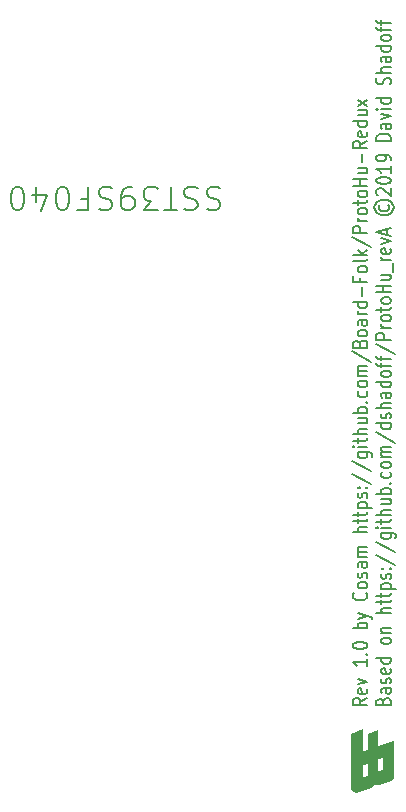
<source format=gbr>
%TF.GenerationSoftware,KiCad,Pcbnew,7.0.8*%
%TF.CreationDate,2023-11-19T22:14:00+01:00*%
%TF.ProjectId,ProtoHu_revA_layer2,50726f74-6f48-4755-9f72-6576415f6c61,rev?*%
%TF.SameCoordinates,Original*%
%TF.FileFunction,Legend,Top*%
%TF.FilePolarity,Positive*%
%FSLAX46Y46*%
G04 Gerber Fmt 4.6, Leading zero omitted, Abs format (unit mm)*
G04 Created by KiCad (PCBNEW 7.0.8) date 2023-11-19 22:14:00*
%MOMM*%
%LPD*%
G01*
G04 APERTURE LIST*
%ADD10C,0.000000*%
%ADD11C,0.200000*%
%ADD12C,0.150000*%
G04 APERTURE END LIST*
D10*
G36*
X169441863Y-140572083D02*
G01*
X169841864Y-140438757D01*
X169841864Y-139138759D01*
X170278335Y-138943336D01*
X170512329Y-138839364D01*
X170741861Y-138738758D01*
X170741861Y-140136270D01*
X172091856Y-139688751D01*
X172094362Y-142685416D01*
X172093962Y-142702114D01*
X172092775Y-142718723D01*
X172090823Y-142735224D01*
X172088125Y-142751599D01*
X172084703Y-142767831D01*
X172080578Y-142783901D01*
X172075770Y-142799791D01*
X172070300Y-142815483D01*
X172064188Y-142830958D01*
X172057456Y-142846198D01*
X172050125Y-142861187D01*
X172042214Y-142875904D01*
X172033745Y-142890332D01*
X172024739Y-142904453D01*
X172015216Y-142918249D01*
X172005197Y-142931701D01*
X171983754Y-142957503D01*
X171960577Y-142981713D01*
X171935831Y-143004186D01*
X171909682Y-143024778D01*
X171882296Y-143043342D01*
X171868192Y-143051818D01*
X171853840Y-143059733D01*
X171839263Y-143067069D01*
X171824480Y-143073807D01*
X171809512Y-143079929D01*
X171794381Y-143085418D01*
X170831261Y-143425578D01*
X170813180Y-143431686D01*
X170795190Y-143437201D01*
X170777309Y-143442110D01*
X170759554Y-143446399D01*
X170750000Y-143448381D01*
X170741940Y-143450053D01*
X170724487Y-143453059D01*
X170707209Y-143455404D01*
X170690124Y-143457073D01*
X170673249Y-143458052D01*
X170656600Y-143458329D01*
X170640195Y-143457888D01*
X170624051Y-143456717D01*
X170608183Y-143454801D01*
X170592610Y-143452127D01*
X170577347Y-143448681D01*
X170562412Y-143444449D01*
X170547822Y-143439418D01*
X170533593Y-143433573D01*
X170519743Y-143426901D01*
X170506287Y-143419388D01*
X170493244Y-143411019D01*
X170480630Y-143401783D01*
X170468461Y-143391664D01*
X170456755Y-143380649D01*
X170445528Y-143368724D01*
X170434797Y-143355875D01*
X170424580Y-143342088D01*
X170414892Y-143327351D01*
X170405752Y-143311648D01*
X170397175Y-143294966D01*
X170389178Y-143277292D01*
X170381779Y-143258611D01*
X170380600Y-143281048D01*
X170378898Y-143302769D01*
X170376682Y-143323783D01*
X170373960Y-143344100D01*
X170370740Y-143363731D01*
X170367030Y-143382686D01*
X170362837Y-143400974D01*
X170358169Y-143418606D01*
X170353035Y-143435592D01*
X170347443Y-143451942D01*
X170341399Y-143467665D01*
X170334913Y-143482773D01*
X170327992Y-143497274D01*
X170320643Y-143511180D01*
X170312876Y-143524500D01*
X170304697Y-143537243D01*
X170296116Y-143549421D01*
X170287138Y-143561044D01*
X170277774Y-143572121D01*
X170268030Y-143582662D01*
X170257914Y-143592677D01*
X170247435Y-143602178D01*
X170236599Y-143611172D01*
X170225416Y-143619672D01*
X170213893Y-143627686D01*
X170202038Y-143635225D01*
X170189859Y-143642298D01*
X170177364Y-143648917D01*
X170164560Y-143655090D01*
X170151456Y-143660829D01*
X170124379Y-143671041D01*
X169441863Y-143902874D01*
X169041861Y-144038744D01*
X169013913Y-144047331D01*
X168985999Y-144054133D01*
X168958174Y-144059193D01*
X168930495Y-144062553D01*
X168903018Y-144064256D01*
X168875798Y-144064344D01*
X168848891Y-144062859D01*
X168822355Y-144059845D01*
X168796244Y-144055343D01*
X168770614Y-144049395D01*
X168745522Y-144042045D01*
X168721023Y-144033334D01*
X168697173Y-144023306D01*
X168674029Y-144012001D01*
X168651647Y-143999464D01*
X168630082Y-143985736D01*
X168609390Y-143970859D01*
X168589627Y-143954876D01*
X168570850Y-143937830D01*
X168553113Y-143919763D01*
X168536475Y-143900717D01*
X168520989Y-143880735D01*
X168506712Y-143859858D01*
X168493701Y-143838130D01*
X168482011Y-143815594D01*
X168471697Y-143792290D01*
X168462817Y-143768262D01*
X168455426Y-143743552D01*
X168449580Y-143718203D01*
X168445335Y-143692257D01*
X168442747Y-143665756D01*
X168441872Y-143638743D01*
X168441872Y-142752725D01*
X169441863Y-142752725D01*
X169841864Y-142624800D01*
X169841864Y-142250016D01*
X170750000Y-142250016D01*
X171150001Y-142122091D01*
X171150001Y-141122075D01*
X170750000Y-141250000D01*
X170750000Y-142250016D01*
X169841864Y-142250016D01*
X169841864Y-141624783D01*
X169441863Y-141752708D01*
X169441863Y-142752725D01*
X168441872Y-142752725D01*
X168441872Y-139088762D01*
X169441863Y-138709379D01*
X169441863Y-140572083D01*
G37*
D11*
X157357143Y-92850400D02*
X157071429Y-92755161D01*
X157071429Y-92755161D02*
X156595238Y-92755161D01*
X156595238Y-92755161D02*
X156404762Y-92850400D01*
X156404762Y-92850400D02*
X156309524Y-92945638D01*
X156309524Y-92945638D02*
X156214286Y-93136114D01*
X156214286Y-93136114D02*
X156214286Y-93326590D01*
X156214286Y-93326590D02*
X156309524Y-93517066D01*
X156309524Y-93517066D02*
X156404762Y-93612304D01*
X156404762Y-93612304D02*
X156595238Y-93707542D01*
X156595238Y-93707542D02*
X156976191Y-93802780D01*
X156976191Y-93802780D02*
X157166667Y-93898019D01*
X157166667Y-93898019D02*
X157261905Y-93993257D01*
X157261905Y-93993257D02*
X157357143Y-94183733D01*
X157357143Y-94183733D02*
X157357143Y-94374209D01*
X157357143Y-94374209D02*
X157261905Y-94564685D01*
X157261905Y-94564685D02*
X157166667Y-94659923D01*
X157166667Y-94659923D02*
X156976191Y-94755161D01*
X156976191Y-94755161D02*
X156500000Y-94755161D01*
X156500000Y-94755161D02*
X156214286Y-94659923D01*
X155452381Y-92850400D02*
X155166667Y-92755161D01*
X155166667Y-92755161D02*
X154690476Y-92755161D01*
X154690476Y-92755161D02*
X154500000Y-92850400D01*
X154500000Y-92850400D02*
X154404762Y-92945638D01*
X154404762Y-92945638D02*
X154309524Y-93136114D01*
X154309524Y-93136114D02*
X154309524Y-93326590D01*
X154309524Y-93326590D02*
X154404762Y-93517066D01*
X154404762Y-93517066D02*
X154500000Y-93612304D01*
X154500000Y-93612304D02*
X154690476Y-93707542D01*
X154690476Y-93707542D02*
X155071429Y-93802780D01*
X155071429Y-93802780D02*
X155261905Y-93898019D01*
X155261905Y-93898019D02*
X155357143Y-93993257D01*
X155357143Y-93993257D02*
X155452381Y-94183733D01*
X155452381Y-94183733D02*
X155452381Y-94374209D01*
X155452381Y-94374209D02*
X155357143Y-94564685D01*
X155357143Y-94564685D02*
X155261905Y-94659923D01*
X155261905Y-94659923D02*
X155071429Y-94755161D01*
X155071429Y-94755161D02*
X154595238Y-94755161D01*
X154595238Y-94755161D02*
X154309524Y-94659923D01*
X153738095Y-94755161D02*
X152595238Y-94755161D01*
X153166667Y-92755161D02*
X153166667Y-94755161D01*
X152119047Y-94755161D02*
X150880952Y-94755161D01*
X150880952Y-94755161D02*
X151547619Y-93993257D01*
X151547619Y-93993257D02*
X151261904Y-93993257D01*
X151261904Y-93993257D02*
X151071428Y-93898019D01*
X151071428Y-93898019D02*
X150976190Y-93802780D01*
X150976190Y-93802780D02*
X150880952Y-93612304D01*
X150880952Y-93612304D02*
X150880952Y-93136114D01*
X150880952Y-93136114D02*
X150976190Y-92945638D01*
X150976190Y-92945638D02*
X151071428Y-92850400D01*
X151071428Y-92850400D02*
X151261904Y-92755161D01*
X151261904Y-92755161D02*
X151833333Y-92755161D01*
X151833333Y-92755161D02*
X152023809Y-92850400D01*
X152023809Y-92850400D02*
X152119047Y-92945638D01*
X149928571Y-92755161D02*
X149547619Y-92755161D01*
X149547619Y-92755161D02*
X149357142Y-92850400D01*
X149357142Y-92850400D02*
X149261904Y-92945638D01*
X149261904Y-92945638D02*
X149071428Y-93231352D01*
X149071428Y-93231352D02*
X148976190Y-93612304D01*
X148976190Y-93612304D02*
X148976190Y-94374209D01*
X148976190Y-94374209D02*
X149071428Y-94564685D01*
X149071428Y-94564685D02*
X149166666Y-94659923D01*
X149166666Y-94659923D02*
X149357142Y-94755161D01*
X149357142Y-94755161D02*
X149738095Y-94755161D01*
X149738095Y-94755161D02*
X149928571Y-94659923D01*
X149928571Y-94659923D02*
X150023809Y-94564685D01*
X150023809Y-94564685D02*
X150119047Y-94374209D01*
X150119047Y-94374209D02*
X150119047Y-93898019D01*
X150119047Y-93898019D02*
X150023809Y-93707542D01*
X150023809Y-93707542D02*
X149928571Y-93612304D01*
X149928571Y-93612304D02*
X149738095Y-93517066D01*
X149738095Y-93517066D02*
X149357142Y-93517066D01*
X149357142Y-93517066D02*
X149166666Y-93612304D01*
X149166666Y-93612304D02*
X149071428Y-93707542D01*
X149071428Y-93707542D02*
X148976190Y-93898019D01*
X148214285Y-92850400D02*
X147928571Y-92755161D01*
X147928571Y-92755161D02*
X147452380Y-92755161D01*
X147452380Y-92755161D02*
X147261904Y-92850400D01*
X147261904Y-92850400D02*
X147166666Y-92945638D01*
X147166666Y-92945638D02*
X147071428Y-93136114D01*
X147071428Y-93136114D02*
X147071428Y-93326590D01*
X147071428Y-93326590D02*
X147166666Y-93517066D01*
X147166666Y-93517066D02*
X147261904Y-93612304D01*
X147261904Y-93612304D02*
X147452380Y-93707542D01*
X147452380Y-93707542D02*
X147833333Y-93802780D01*
X147833333Y-93802780D02*
X148023809Y-93898019D01*
X148023809Y-93898019D02*
X148119047Y-93993257D01*
X148119047Y-93993257D02*
X148214285Y-94183733D01*
X148214285Y-94183733D02*
X148214285Y-94374209D01*
X148214285Y-94374209D02*
X148119047Y-94564685D01*
X148119047Y-94564685D02*
X148023809Y-94659923D01*
X148023809Y-94659923D02*
X147833333Y-94755161D01*
X147833333Y-94755161D02*
X147357142Y-94755161D01*
X147357142Y-94755161D02*
X147071428Y-94659923D01*
X145547618Y-93802780D02*
X146214285Y-93802780D01*
X146214285Y-92755161D02*
X146214285Y-94755161D01*
X146214285Y-94755161D02*
X145261904Y-94755161D01*
X144119047Y-94755161D02*
X143928570Y-94755161D01*
X143928570Y-94755161D02*
X143738094Y-94659923D01*
X143738094Y-94659923D02*
X143642856Y-94564685D01*
X143642856Y-94564685D02*
X143547618Y-94374209D01*
X143547618Y-94374209D02*
X143452380Y-93993257D01*
X143452380Y-93993257D02*
X143452380Y-93517066D01*
X143452380Y-93517066D02*
X143547618Y-93136114D01*
X143547618Y-93136114D02*
X143642856Y-92945638D01*
X143642856Y-92945638D02*
X143738094Y-92850400D01*
X143738094Y-92850400D02*
X143928570Y-92755161D01*
X143928570Y-92755161D02*
X144119047Y-92755161D01*
X144119047Y-92755161D02*
X144309523Y-92850400D01*
X144309523Y-92850400D02*
X144404761Y-92945638D01*
X144404761Y-92945638D02*
X144499999Y-93136114D01*
X144499999Y-93136114D02*
X144595237Y-93517066D01*
X144595237Y-93517066D02*
X144595237Y-93993257D01*
X144595237Y-93993257D02*
X144499999Y-94374209D01*
X144499999Y-94374209D02*
X144404761Y-94564685D01*
X144404761Y-94564685D02*
X144309523Y-94659923D01*
X144309523Y-94659923D02*
X144119047Y-94755161D01*
X141738094Y-94088495D02*
X141738094Y-92755161D01*
X142214285Y-94850400D02*
X142690475Y-93421828D01*
X142690475Y-93421828D02*
X141452380Y-93421828D01*
X140309523Y-94755161D02*
X140119046Y-94755161D01*
X140119046Y-94755161D02*
X139928570Y-94659923D01*
X139928570Y-94659923D02*
X139833332Y-94564685D01*
X139833332Y-94564685D02*
X139738094Y-94374209D01*
X139738094Y-94374209D02*
X139642856Y-93993257D01*
X139642856Y-93993257D02*
X139642856Y-93517066D01*
X139642856Y-93517066D02*
X139738094Y-93136114D01*
X139738094Y-93136114D02*
X139833332Y-92945638D01*
X139833332Y-92945638D02*
X139928570Y-92850400D01*
X139928570Y-92850400D02*
X140119046Y-92755161D01*
X140119046Y-92755161D02*
X140309523Y-92755161D01*
X140309523Y-92755161D02*
X140499999Y-92850400D01*
X140499999Y-92850400D02*
X140595237Y-92945638D01*
X140595237Y-92945638D02*
X140690475Y-93136114D01*
X140690475Y-93136114D02*
X140785713Y-93517066D01*
X140785713Y-93517066D02*
X140785713Y-93993257D01*
X140785713Y-93993257D02*
X140690475Y-94374209D01*
X140690475Y-94374209D02*
X140595237Y-94564685D01*
X140595237Y-94564685D02*
X140499999Y-94659923D01*
X140499999Y-94659923D02*
X140309523Y-94755161D01*
D12*
X169826723Y-136091792D02*
X169231485Y-136425125D01*
X169826723Y-136663220D02*
X168576723Y-136663220D01*
X168576723Y-136663220D02*
X168576723Y-136282268D01*
X168576723Y-136282268D02*
X168636247Y-136187030D01*
X168636247Y-136187030D02*
X168695771Y-136139411D01*
X168695771Y-136139411D02*
X168814819Y-136091792D01*
X168814819Y-136091792D02*
X168993390Y-136091792D01*
X168993390Y-136091792D02*
X169112438Y-136139411D01*
X169112438Y-136139411D02*
X169171961Y-136187030D01*
X169171961Y-136187030D02*
X169231485Y-136282268D01*
X169231485Y-136282268D02*
X169231485Y-136663220D01*
X169767200Y-135282268D02*
X169826723Y-135377506D01*
X169826723Y-135377506D02*
X169826723Y-135567982D01*
X169826723Y-135567982D02*
X169767200Y-135663220D01*
X169767200Y-135663220D02*
X169648152Y-135710839D01*
X169648152Y-135710839D02*
X169171961Y-135710839D01*
X169171961Y-135710839D02*
X169052914Y-135663220D01*
X169052914Y-135663220D02*
X168993390Y-135567982D01*
X168993390Y-135567982D02*
X168993390Y-135377506D01*
X168993390Y-135377506D02*
X169052914Y-135282268D01*
X169052914Y-135282268D02*
X169171961Y-135234649D01*
X169171961Y-135234649D02*
X169291009Y-135234649D01*
X169291009Y-135234649D02*
X169410057Y-135710839D01*
X168993390Y-134901315D02*
X169826723Y-134663220D01*
X169826723Y-134663220D02*
X168993390Y-134425125D01*
X169826723Y-132758458D02*
X169826723Y-133329886D01*
X169826723Y-133044172D02*
X168576723Y-133044172D01*
X168576723Y-133044172D02*
X168755295Y-133139410D01*
X168755295Y-133139410D02*
X168874342Y-133234648D01*
X168874342Y-133234648D02*
X168933866Y-133329886D01*
X169707676Y-132329886D02*
X169767200Y-132282267D01*
X169767200Y-132282267D02*
X169826723Y-132329886D01*
X169826723Y-132329886D02*
X169767200Y-132377505D01*
X169767200Y-132377505D02*
X169707676Y-132329886D01*
X169707676Y-132329886D02*
X169826723Y-132329886D01*
X168576723Y-131663220D02*
X168576723Y-131567982D01*
X168576723Y-131567982D02*
X168636247Y-131472744D01*
X168636247Y-131472744D02*
X168695771Y-131425125D01*
X168695771Y-131425125D02*
X168814819Y-131377506D01*
X168814819Y-131377506D02*
X169052914Y-131329887D01*
X169052914Y-131329887D02*
X169350533Y-131329887D01*
X169350533Y-131329887D02*
X169588628Y-131377506D01*
X169588628Y-131377506D02*
X169707676Y-131425125D01*
X169707676Y-131425125D02*
X169767200Y-131472744D01*
X169767200Y-131472744D02*
X169826723Y-131567982D01*
X169826723Y-131567982D02*
X169826723Y-131663220D01*
X169826723Y-131663220D02*
X169767200Y-131758458D01*
X169767200Y-131758458D02*
X169707676Y-131806077D01*
X169707676Y-131806077D02*
X169588628Y-131853696D01*
X169588628Y-131853696D02*
X169350533Y-131901315D01*
X169350533Y-131901315D02*
X169052914Y-131901315D01*
X169052914Y-131901315D02*
X168814819Y-131853696D01*
X168814819Y-131853696D02*
X168695771Y-131806077D01*
X168695771Y-131806077D02*
X168636247Y-131758458D01*
X168636247Y-131758458D02*
X168576723Y-131663220D01*
X169826723Y-130139410D02*
X168576723Y-130139410D01*
X169052914Y-130139410D02*
X168993390Y-130044172D01*
X168993390Y-130044172D02*
X168993390Y-129853696D01*
X168993390Y-129853696D02*
X169052914Y-129758458D01*
X169052914Y-129758458D02*
X169112438Y-129710839D01*
X169112438Y-129710839D02*
X169231485Y-129663220D01*
X169231485Y-129663220D02*
X169588628Y-129663220D01*
X169588628Y-129663220D02*
X169707676Y-129710839D01*
X169707676Y-129710839D02*
X169767200Y-129758458D01*
X169767200Y-129758458D02*
X169826723Y-129853696D01*
X169826723Y-129853696D02*
X169826723Y-130044172D01*
X169826723Y-130044172D02*
X169767200Y-130139410D01*
X168993390Y-129329886D02*
X169826723Y-129091791D01*
X168993390Y-128853696D02*
X169826723Y-129091791D01*
X169826723Y-129091791D02*
X170124342Y-129187029D01*
X170124342Y-129187029D02*
X170183866Y-129234648D01*
X170183866Y-129234648D02*
X170243390Y-129329886D01*
X169707676Y-127139410D02*
X169767200Y-127187029D01*
X169767200Y-127187029D02*
X169826723Y-127329886D01*
X169826723Y-127329886D02*
X169826723Y-127425124D01*
X169826723Y-127425124D02*
X169767200Y-127567981D01*
X169767200Y-127567981D02*
X169648152Y-127663219D01*
X169648152Y-127663219D02*
X169529104Y-127710838D01*
X169529104Y-127710838D02*
X169291009Y-127758457D01*
X169291009Y-127758457D02*
X169112438Y-127758457D01*
X169112438Y-127758457D02*
X168874342Y-127710838D01*
X168874342Y-127710838D02*
X168755295Y-127663219D01*
X168755295Y-127663219D02*
X168636247Y-127567981D01*
X168636247Y-127567981D02*
X168576723Y-127425124D01*
X168576723Y-127425124D02*
X168576723Y-127329886D01*
X168576723Y-127329886D02*
X168636247Y-127187029D01*
X168636247Y-127187029D02*
X168695771Y-127139410D01*
X169826723Y-126567981D02*
X169767200Y-126663219D01*
X169767200Y-126663219D02*
X169707676Y-126710838D01*
X169707676Y-126710838D02*
X169588628Y-126758457D01*
X169588628Y-126758457D02*
X169231485Y-126758457D01*
X169231485Y-126758457D02*
X169112438Y-126710838D01*
X169112438Y-126710838D02*
X169052914Y-126663219D01*
X169052914Y-126663219D02*
X168993390Y-126567981D01*
X168993390Y-126567981D02*
X168993390Y-126425124D01*
X168993390Y-126425124D02*
X169052914Y-126329886D01*
X169052914Y-126329886D02*
X169112438Y-126282267D01*
X169112438Y-126282267D02*
X169231485Y-126234648D01*
X169231485Y-126234648D02*
X169588628Y-126234648D01*
X169588628Y-126234648D02*
X169707676Y-126282267D01*
X169707676Y-126282267D02*
X169767200Y-126329886D01*
X169767200Y-126329886D02*
X169826723Y-126425124D01*
X169826723Y-126425124D02*
X169826723Y-126567981D01*
X169767200Y-125853695D02*
X169826723Y-125758457D01*
X169826723Y-125758457D02*
X169826723Y-125567981D01*
X169826723Y-125567981D02*
X169767200Y-125472743D01*
X169767200Y-125472743D02*
X169648152Y-125425124D01*
X169648152Y-125425124D02*
X169588628Y-125425124D01*
X169588628Y-125425124D02*
X169469580Y-125472743D01*
X169469580Y-125472743D02*
X169410057Y-125567981D01*
X169410057Y-125567981D02*
X169410057Y-125710838D01*
X169410057Y-125710838D02*
X169350533Y-125806076D01*
X169350533Y-125806076D02*
X169231485Y-125853695D01*
X169231485Y-125853695D02*
X169171961Y-125853695D01*
X169171961Y-125853695D02*
X169052914Y-125806076D01*
X169052914Y-125806076D02*
X168993390Y-125710838D01*
X168993390Y-125710838D02*
X168993390Y-125567981D01*
X168993390Y-125567981D02*
X169052914Y-125472743D01*
X169826723Y-124567981D02*
X169171961Y-124567981D01*
X169171961Y-124567981D02*
X169052914Y-124615600D01*
X169052914Y-124615600D02*
X168993390Y-124710838D01*
X168993390Y-124710838D02*
X168993390Y-124901314D01*
X168993390Y-124901314D02*
X169052914Y-124996552D01*
X169767200Y-124567981D02*
X169826723Y-124663219D01*
X169826723Y-124663219D02*
X169826723Y-124901314D01*
X169826723Y-124901314D02*
X169767200Y-124996552D01*
X169767200Y-124996552D02*
X169648152Y-125044171D01*
X169648152Y-125044171D02*
X169529104Y-125044171D01*
X169529104Y-125044171D02*
X169410057Y-124996552D01*
X169410057Y-124996552D02*
X169350533Y-124901314D01*
X169350533Y-124901314D02*
X169350533Y-124663219D01*
X169350533Y-124663219D02*
X169291009Y-124567981D01*
X169826723Y-124091790D02*
X168993390Y-124091790D01*
X169112438Y-124091790D02*
X169052914Y-124044171D01*
X169052914Y-124044171D02*
X168993390Y-123948933D01*
X168993390Y-123948933D02*
X168993390Y-123806076D01*
X168993390Y-123806076D02*
X169052914Y-123710838D01*
X169052914Y-123710838D02*
X169171961Y-123663219D01*
X169171961Y-123663219D02*
X169826723Y-123663219D01*
X169171961Y-123663219D02*
X169052914Y-123615600D01*
X169052914Y-123615600D02*
X168993390Y-123520362D01*
X168993390Y-123520362D02*
X168993390Y-123377505D01*
X168993390Y-123377505D02*
X169052914Y-123282266D01*
X169052914Y-123282266D02*
X169171961Y-123234647D01*
X169171961Y-123234647D02*
X169826723Y-123234647D01*
X169826723Y-121996552D02*
X168576723Y-121996552D01*
X169826723Y-121567981D02*
X169171961Y-121567981D01*
X169171961Y-121567981D02*
X169052914Y-121615600D01*
X169052914Y-121615600D02*
X168993390Y-121710838D01*
X168993390Y-121710838D02*
X168993390Y-121853695D01*
X168993390Y-121853695D02*
X169052914Y-121948933D01*
X169052914Y-121948933D02*
X169112438Y-121996552D01*
X168993390Y-121234647D02*
X168993390Y-120853695D01*
X168576723Y-121091790D02*
X169648152Y-121091790D01*
X169648152Y-121091790D02*
X169767200Y-121044171D01*
X169767200Y-121044171D02*
X169826723Y-120948933D01*
X169826723Y-120948933D02*
X169826723Y-120853695D01*
X168993390Y-120663218D02*
X168993390Y-120282266D01*
X168576723Y-120520361D02*
X169648152Y-120520361D01*
X169648152Y-120520361D02*
X169767200Y-120472742D01*
X169767200Y-120472742D02*
X169826723Y-120377504D01*
X169826723Y-120377504D02*
X169826723Y-120282266D01*
X168993390Y-119948932D02*
X170243390Y-119948932D01*
X169052914Y-119948932D02*
X168993390Y-119853694D01*
X168993390Y-119853694D02*
X168993390Y-119663218D01*
X168993390Y-119663218D02*
X169052914Y-119567980D01*
X169052914Y-119567980D02*
X169112438Y-119520361D01*
X169112438Y-119520361D02*
X169231485Y-119472742D01*
X169231485Y-119472742D02*
X169588628Y-119472742D01*
X169588628Y-119472742D02*
X169707676Y-119520361D01*
X169707676Y-119520361D02*
X169767200Y-119567980D01*
X169767200Y-119567980D02*
X169826723Y-119663218D01*
X169826723Y-119663218D02*
X169826723Y-119853694D01*
X169826723Y-119853694D02*
X169767200Y-119948932D01*
X169767200Y-119091789D02*
X169826723Y-118996551D01*
X169826723Y-118996551D02*
X169826723Y-118806075D01*
X169826723Y-118806075D02*
X169767200Y-118710837D01*
X169767200Y-118710837D02*
X169648152Y-118663218D01*
X169648152Y-118663218D02*
X169588628Y-118663218D01*
X169588628Y-118663218D02*
X169469580Y-118710837D01*
X169469580Y-118710837D02*
X169410057Y-118806075D01*
X169410057Y-118806075D02*
X169410057Y-118948932D01*
X169410057Y-118948932D02*
X169350533Y-119044170D01*
X169350533Y-119044170D02*
X169231485Y-119091789D01*
X169231485Y-119091789D02*
X169171961Y-119091789D01*
X169171961Y-119091789D02*
X169052914Y-119044170D01*
X169052914Y-119044170D02*
X168993390Y-118948932D01*
X168993390Y-118948932D02*
X168993390Y-118806075D01*
X168993390Y-118806075D02*
X169052914Y-118710837D01*
X169707676Y-118234646D02*
X169767200Y-118187027D01*
X169767200Y-118187027D02*
X169826723Y-118234646D01*
X169826723Y-118234646D02*
X169767200Y-118282265D01*
X169767200Y-118282265D02*
X169707676Y-118234646D01*
X169707676Y-118234646D02*
X169826723Y-118234646D01*
X169052914Y-118234646D02*
X169112438Y-118187027D01*
X169112438Y-118187027D02*
X169171961Y-118234646D01*
X169171961Y-118234646D02*
X169112438Y-118282265D01*
X169112438Y-118282265D02*
X169052914Y-118234646D01*
X169052914Y-118234646D02*
X169171961Y-118234646D01*
X168517200Y-117044171D02*
X170124342Y-117901313D01*
X168517200Y-115996552D02*
X170124342Y-116853694D01*
X168993390Y-115234647D02*
X170005295Y-115234647D01*
X170005295Y-115234647D02*
X170124342Y-115282266D01*
X170124342Y-115282266D02*
X170183866Y-115329885D01*
X170183866Y-115329885D02*
X170243390Y-115425123D01*
X170243390Y-115425123D02*
X170243390Y-115567980D01*
X170243390Y-115567980D02*
X170183866Y-115663218D01*
X169767200Y-115234647D02*
X169826723Y-115329885D01*
X169826723Y-115329885D02*
X169826723Y-115520361D01*
X169826723Y-115520361D02*
X169767200Y-115615599D01*
X169767200Y-115615599D02*
X169707676Y-115663218D01*
X169707676Y-115663218D02*
X169588628Y-115710837D01*
X169588628Y-115710837D02*
X169231485Y-115710837D01*
X169231485Y-115710837D02*
X169112438Y-115663218D01*
X169112438Y-115663218D02*
X169052914Y-115615599D01*
X169052914Y-115615599D02*
X168993390Y-115520361D01*
X168993390Y-115520361D02*
X168993390Y-115329885D01*
X168993390Y-115329885D02*
X169052914Y-115234647D01*
X169826723Y-114758456D02*
X168993390Y-114758456D01*
X168576723Y-114758456D02*
X168636247Y-114806075D01*
X168636247Y-114806075D02*
X168695771Y-114758456D01*
X168695771Y-114758456D02*
X168636247Y-114710837D01*
X168636247Y-114710837D02*
X168576723Y-114758456D01*
X168576723Y-114758456D02*
X168695771Y-114758456D01*
X168993390Y-114425123D02*
X168993390Y-114044171D01*
X168576723Y-114282266D02*
X169648152Y-114282266D01*
X169648152Y-114282266D02*
X169767200Y-114234647D01*
X169767200Y-114234647D02*
X169826723Y-114139409D01*
X169826723Y-114139409D02*
X169826723Y-114044171D01*
X169826723Y-113710837D02*
X168576723Y-113710837D01*
X169826723Y-113282266D02*
X169171961Y-113282266D01*
X169171961Y-113282266D02*
X169052914Y-113329885D01*
X169052914Y-113329885D02*
X168993390Y-113425123D01*
X168993390Y-113425123D02*
X168993390Y-113567980D01*
X168993390Y-113567980D02*
X169052914Y-113663218D01*
X169052914Y-113663218D02*
X169112438Y-113710837D01*
X168993390Y-112377504D02*
X169826723Y-112377504D01*
X168993390Y-112806075D02*
X169648152Y-112806075D01*
X169648152Y-112806075D02*
X169767200Y-112758456D01*
X169767200Y-112758456D02*
X169826723Y-112663218D01*
X169826723Y-112663218D02*
X169826723Y-112520361D01*
X169826723Y-112520361D02*
X169767200Y-112425123D01*
X169767200Y-112425123D02*
X169707676Y-112377504D01*
X169826723Y-111901313D02*
X168576723Y-111901313D01*
X169052914Y-111901313D02*
X168993390Y-111806075D01*
X168993390Y-111806075D02*
X168993390Y-111615599D01*
X168993390Y-111615599D02*
X169052914Y-111520361D01*
X169052914Y-111520361D02*
X169112438Y-111472742D01*
X169112438Y-111472742D02*
X169231485Y-111425123D01*
X169231485Y-111425123D02*
X169588628Y-111425123D01*
X169588628Y-111425123D02*
X169707676Y-111472742D01*
X169707676Y-111472742D02*
X169767200Y-111520361D01*
X169767200Y-111520361D02*
X169826723Y-111615599D01*
X169826723Y-111615599D02*
X169826723Y-111806075D01*
X169826723Y-111806075D02*
X169767200Y-111901313D01*
X169707676Y-110996551D02*
X169767200Y-110948932D01*
X169767200Y-110948932D02*
X169826723Y-110996551D01*
X169826723Y-110996551D02*
X169767200Y-111044170D01*
X169767200Y-111044170D02*
X169707676Y-110996551D01*
X169707676Y-110996551D02*
X169826723Y-110996551D01*
X169767200Y-110091790D02*
X169826723Y-110187028D01*
X169826723Y-110187028D02*
X169826723Y-110377504D01*
X169826723Y-110377504D02*
X169767200Y-110472742D01*
X169767200Y-110472742D02*
X169707676Y-110520361D01*
X169707676Y-110520361D02*
X169588628Y-110567980D01*
X169588628Y-110567980D02*
X169231485Y-110567980D01*
X169231485Y-110567980D02*
X169112438Y-110520361D01*
X169112438Y-110520361D02*
X169052914Y-110472742D01*
X169052914Y-110472742D02*
X168993390Y-110377504D01*
X168993390Y-110377504D02*
X168993390Y-110187028D01*
X168993390Y-110187028D02*
X169052914Y-110091790D01*
X169826723Y-109520361D02*
X169767200Y-109615599D01*
X169767200Y-109615599D02*
X169707676Y-109663218D01*
X169707676Y-109663218D02*
X169588628Y-109710837D01*
X169588628Y-109710837D02*
X169231485Y-109710837D01*
X169231485Y-109710837D02*
X169112438Y-109663218D01*
X169112438Y-109663218D02*
X169052914Y-109615599D01*
X169052914Y-109615599D02*
X168993390Y-109520361D01*
X168993390Y-109520361D02*
X168993390Y-109377504D01*
X168993390Y-109377504D02*
X169052914Y-109282266D01*
X169052914Y-109282266D02*
X169112438Y-109234647D01*
X169112438Y-109234647D02*
X169231485Y-109187028D01*
X169231485Y-109187028D02*
X169588628Y-109187028D01*
X169588628Y-109187028D02*
X169707676Y-109234647D01*
X169707676Y-109234647D02*
X169767200Y-109282266D01*
X169767200Y-109282266D02*
X169826723Y-109377504D01*
X169826723Y-109377504D02*
X169826723Y-109520361D01*
X169826723Y-108758456D02*
X168993390Y-108758456D01*
X169112438Y-108758456D02*
X169052914Y-108710837D01*
X169052914Y-108710837D02*
X168993390Y-108615599D01*
X168993390Y-108615599D02*
X168993390Y-108472742D01*
X168993390Y-108472742D02*
X169052914Y-108377504D01*
X169052914Y-108377504D02*
X169171961Y-108329885D01*
X169171961Y-108329885D02*
X169826723Y-108329885D01*
X169171961Y-108329885D02*
X169052914Y-108282266D01*
X169052914Y-108282266D02*
X168993390Y-108187028D01*
X168993390Y-108187028D02*
X168993390Y-108044171D01*
X168993390Y-108044171D02*
X169052914Y-107948932D01*
X169052914Y-107948932D02*
X169171961Y-107901313D01*
X169171961Y-107901313D02*
X169826723Y-107901313D01*
X168517200Y-106710838D02*
X170124342Y-107567980D01*
X169171961Y-106044171D02*
X169231485Y-105901314D01*
X169231485Y-105901314D02*
X169291009Y-105853695D01*
X169291009Y-105853695D02*
X169410057Y-105806076D01*
X169410057Y-105806076D02*
X169588628Y-105806076D01*
X169588628Y-105806076D02*
X169707676Y-105853695D01*
X169707676Y-105853695D02*
X169767200Y-105901314D01*
X169767200Y-105901314D02*
X169826723Y-105996552D01*
X169826723Y-105996552D02*
X169826723Y-106377504D01*
X169826723Y-106377504D02*
X168576723Y-106377504D01*
X168576723Y-106377504D02*
X168576723Y-106044171D01*
X168576723Y-106044171D02*
X168636247Y-105948933D01*
X168636247Y-105948933D02*
X168695771Y-105901314D01*
X168695771Y-105901314D02*
X168814819Y-105853695D01*
X168814819Y-105853695D02*
X168933866Y-105853695D01*
X168933866Y-105853695D02*
X169052914Y-105901314D01*
X169052914Y-105901314D02*
X169112438Y-105948933D01*
X169112438Y-105948933D02*
X169171961Y-106044171D01*
X169171961Y-106044171D02*
X169171961Y-106377504D01*
X169826723Y-105234647D02*
X169767200Y-105329885D01*
X169767200Y-105329885D02*
X169707676Y-105377504D01*
X169707676Y-105377504D02*
X169588628Y-105425123D01*
X169588628Y-105425123D02*
X169231485Y-105425123D01*
X169231485Y-105425123D02*
X169112438Y-105377504D01*
X169112438Y-105377504D02*
X169052914Y-105329885D01*
X169052914Y-105329885D02*
X168993390Y-105234647D01*
X168993390Y-105234647D02*
X168993390Y-105091790D01*
X168993390Y-105091790D02*
X169052914Y-104996552D01*
X169052914Y-104996552D02*
X169112438Y-104948933D01*
X169112438Y-104948933D02*
X169231485Y-104901314D01*
X169231485Y-104901314D02*
X169588628Y-104901314D01*
X169588628Y-104901314D02*
X169707676Y-104948933D01*
X169707676Y-104948933D02*
X169767200Y-104996552D01*
X169767200Y-104996552D02*
X169826723Y-105091790D01*
X169826723Y-105091790D02*
X169826723Y-105234647D01*
X169826723Y-104044171D02*
X169171961Y-104044171D01*
X169171961Y-104044171D02*
X169052914Y-104091790D01*
X169052914Y-104091790D02*
X168993390Y-104187028D01*
X168993390Y-104187028D02*
X168993390Y-104377504D01*
X168993390Y-104377504D02*
X169052914Y-104472742D01*
X169767200Y-104044171D02*
X169826723Y-104139409D01*
X169826723Y-104139409D02*
X169826723Y-104377504D01*
X169826723Y-104377504D02*
X169767200Y-104472742D01*
X169767200Y-104472742D02*
X169648152Y-104520361D01*
X169648152Y-104520361D02*
X169529104Y-104520361D01*
X169529104Y-104520361D02*
X169410057Y-104472742D01*
X169410057Y-104472742D02*
X169350533Y-104377504D01*
X169350533Y-104377504D02*
X169350533Y-104139409D01*
X169350533Y-104139409D02*
X169291009Y-104044171D01*
X169826723Y-103567980D02*
X168993390Y-103567980D01*
X169231485Y-103567980D02*
X169112438Y-103520361D01*
X169112438Y-103520361D02*
X169052914Y-103472742D01*
X169052914Y-103472742D02*
X168993390Y-103377504D01*
X168993390Y-103377504D02*
X168993390Y-103282266D01*
X169826723Y-102520361D02*
X168576723Y-102520361D01*
X169767200Y-102520361D02*
X169826723Y-102615599D01*
X169826723Y-102615599D02*
X169826723Y-102806075D01*
X169826723Y-102806075D02*
X169767200Y-102901313D01*
X169767200Y-102901313D02*
X169707676Y-102948932D01*
X169707676Y-102948932D02*
X169588628Y-102996551D01*
X169588628Y-102996551D02*
X169231485Y-102996551D01*
X169231485Y-102996551D02*
X169112438Y-102948932D01*
X169112438Y-102948932D02*
X169052914Y-102901313D01*
X169052914Y-102901313D02*
X168993390Y-102806075D01*
X168993390Y-102806075D02*
X168993390Y-102615599D01*
X168993390Y-102615599D02*
X169052914Y-102520361D01*
X169350533Y-102044170D02*
X169350533Y-101282266D01*
X169171961Y-100472742D02*
X169171961Y-100806075D01*
X169826723Y-100806075D02*
X168576723Y-100806075D01*
X168576723Y-100806075D02*
X168576723Y-100329885D01*
X169826723Y-99806075D02*
X169767200Y-99901313D01*
X169767200Y-99901313D02*
X169707676Y-99948932D01*
X169707676Y-99948932D02*
X169588628Y-99996551D01*
X169588628Y-99996551D02*
X169231485Y-99996551D01*
X169231485Y-99996551D02*
X169112438Y-99948932D01*
X169112438Y-99948932D02*
X169052914Y-99901313D01*
X169052914Y-99901313D02*
X168993390Y-99806075D01*
X168993390Y-99806075D02*
X168993390Y-99663218D01*
X168993390Y-99663218D02*
X169052914Y-99567980D01*
X169052914Y-99567980D02*
X169112438Y-99520361D01*
X169112438Y-99520361D02*
X169231485Y-99472742D01*
X169231485Y-99472742D02*
X169588628Y-99472742D01*
X169588628Y-99472742D02*
X169707676Y-99520361D01*
X169707676Y-99520361D02*
X169767200Y-99567980D01*
X169767200Y-99567980D02*
X169826723Y-99663218D01*
X169826723Y-99663218D02*
X169826723Y-99806075D01*
X169826723Y-98901313D02*
X169767200Y-98996551D01*
X169767200Y-98996551D02*
X169648152Y-99044170D01*
X169648152Y-99044170D02*
X168576723Y-99044170D01*
X169826723Y-98520360D02*
X168576723Y-98520360D01*
X169350533Y-98425122D02*
X169826723Y-98139408D01*
X168993390Y-98139408D02*
X169469580Y-98520360D01*
X168517200Y-96996551D02*
X170124342Y-97853693D01*
X169826723Y-96663217D02*
X168576723Y-96663217D01*
X168576723Y-96663217D02*
X168576723Y-96282265D01*
X168576723Y-96282265D02*
X168636247Y-96187027D01*
X168636247Y-96187027D02*
X168695771Y-96139408D01*
X168695771Y-96139408D02*
X168814819Y-96091789D01*
X168814819Y-96091789D02*
X168993390Y-96091789D01*
X168993390Y-96091789D02*
X169112438Y-96139408D01*
X169112438Y-96139408D02*
X169171961Y-96187027D01*
X169171961Y-96187027D02*
X169231485Y-96282265D01*
X169231485Y-96282265D02*
X169231485Y-96663217D01*
X169826723Y-95663217D02*
X168993390Y-95663217D01*
X169231485Y-95663217D02*
X169112438Y-95615598D01*
X169112438Y-95615598D02*
X169052914Y-95567979D01*
X169052914Y-95567979D02*
X168993390Y-95472741D01*
X168993390Y-95472741D02*
X168993390Y-95377503D01*
X169826723Y-94901312D02*
X169767200Y-94996550D01*
X169767200Y-94996550D02*
X169707676Y-95044169D01*
X169707676Y-95044169D02*
X169588628Y-95091788D01*
X169588628Y-95091788D02*
X169231485Y-95091788D01*
X169231485Y-95091788D02*
X169112438Y-95044169D01*
X169112438Y-95044169D02*
X169052914Y-94996550D01*
X169052914Y-94996550D02*
X168993390Y-94901312D01*
X168993390Y-94901312D02*
X168993390Y-94758455D01*
X168993390Y-94758455D02*
X169052914Y-94663217D01*
X169052914Y-94663217D02*
X169112438Y-94615598D01*
X169112438Y-94615598D02*
X169231485Y-94567979D01*
X169231485Y-94567979D02*
X169588628Y-94567979D01*
X169588628Y-94567979D02*
X169707676Y-94615598D01*
X169707676Y-94615598D02*
X169767200Y-94663217D01*
X169767200Y-94663217D02*
X169826723Y-94758455D01*
X169826723Y-94758455D02*
X169826723Y-94901312D01*
X168993390Y-94282264D02*
X168993390Y-93901312D01*
X168576723Y-94139407D02*
X169648152Y-94139407D01*
X169648152Y-94139407D02*
X169767200Y-94091788D01*
X169767200Y-94091788D02*
X169826723Y-93996550D01*
X169826723Y-93996550D02*
X169826723Y-93901312D01*
X169826723Y-93425121D02*
X169767200Y-93520359D01*
X169767200Y-93520359D02*
X169707676Y-93567978D01*
X169707676Y-93567978D02*
X169588628Y-93615597D01*
X169588628Y-93615597D02*
X169231485Y-93615597D01*
X169231485Y-93615597D02*
X169112438Y-93567978D01*
X169112438Y-93567978D02*
X169052914Y-93520359D01*
X169052914Y-93520359D02*
X168993390Y-93425121D01*
X168993390Y-93425121D02*
X168993390Y-93282264D01*
X168993390Y-93282264D02*
X169052914Y-93187026D01*
X169052914Y-93187026D02*
X169112438Y-93139407D01*
X169112438Y-93139407D02*
X169231485Y-93091788D01*
X169231485Y-93091788D02*
X169588628Y-93091788D01*
X169588628Y-93091788D02*
X169707676Y-93139407D01*
X169707676Y-93139407D02*
X169767200Y-93187026D01*
X169767200Y-93187026D02*
X169826723Y-93282264D01*
X169826723Y-93282264D02*
X169826723Y-93425121D01*
X169826723Y-92663216D02*
X168576723Y-92663216D01*
X169171961Y-92663216D02*
X169171961Y-92091788D01*
X169826723Y-92091788D02*
X168576723Y-92091788D01*
X168993390Y-91187026D02*
X169826723Y-91187026D01*
X168993390Y-91615597D02*
X169648152Y-91615597D01*
X169648152Y-91615597D02*
X169767200Y-91567978D01*
X169767200Y-91567978D02*
X169826723Y-91472740D01*
X169826723Y-91472740D02*
X169826723Y-91329883D01*
X169826723Y-91329883D02*
X169767200Y-91234645D01*
X169767200Y-91234645D02*
X169707676Y-91187026D01*
X169350533Y-90710835D02*
X169350533Y-89948931D01*
X169826723Y-88901312D02*
X169231485Y-89234645D01*
X169826723Y-89472740D02*
X168576723Y-89472740D01*
X168576723Y-89472740D02*
X168576723Y-89091788D01*
X168576723Y-89091788D02*
X168636247Y-88996550D01*
X168636247Y-88996550D02*
X168695771Y-88948931D01*
X168695771Y-88948931D02*
X168814819Y-88901312D01*
X168814819Y-88901312D02*
X168993390Y-88901312D01*
X168993390Y-88901312D02*
X169112438Y-88948931D01*
X169112438Y-88948931D02*
X169171961Y-88996550D01*
X169171961Y-88996550D02*
X169231485Y-89091788D01*
X169231485Y-89091788D02*
X169231485Y-89472740D01*
X169767200Y-88091788D02*
X169826723Y-88187026D01*
X169826723Y-88187026D02*
X169826723Y-88377502D01*
X169826723Y-88377502D02*
X169767200Y-88472740D01*
X169767200Y-88472740D02*
X169648152Y-88520359D01*
X169648152Y-88520359D02*
X169171961Y-88520359D01*
X169171961Y-88520359D02*
X169052914Y-88472740D01*
X169052914Y-88472740D02*
X168993390Y-88377502D01*
X168993390Y-88377502D02*
X168993390Y-88187026D01*
X168993390Y-88187026D02*
X169052914Y-88091788D01*
X169052914Y-88091788D02*
X169171961Y-88044169D01*
X169171961Y-88044169D02*
X169291009Y-88044169D01*
X169291009Y-88044169D02*
X169410057Y-88520359D01*
X169826723Y-87187026D02*
X168576723Y-87187026D01*
X169767200Y-87187026D02*
X169826723Y-87282264D01*
X169826723Y-87282264D02*
X169826723Y-87472740D01*
X169826723Y-87472740D02*
X169767200Y-87567978D01*
X169767200Y-87567978D02*
X169707676Y-87615597D01*
X169707676Y-87615597D02*
X169588628Y-87663216D01*
X169588628Y-87663216D02*
X169231485Y-87663216D01*
X169231485Y-87663216D02*
X169112438Y-87615597D01*
X169112438Y-87615597D02*
X169052914Y-87567978D01*
X169052914Y-87567978D02*
X168993390Y-87472740D01*
X168993390Y-87472740D02*
X168993390Y-87282264D01*
X168993390Y-87282264D02*
X169052914Y-87187026D01*
X168993390Y-86282264D02*
X169826723Y-86282264D01*
X168993390Y-86710835D02*
X169648152Y-86710835D01*
X169648152Y-86710835D02*
X169767200Y-86663216D01*
X169767200Y-86663216D02*
X169826723Y-86567978D01*
X169826723Y-86567978D02*
X169826723Y-86425121D01*
X169826723Y-86425121D02*
X169767200Y-86329883D01*
X169767200Y-86329883D02*
X169707676Y-86282264D01*
X169826723Y-85901311D02*
X168993390Y-85377502D01*
X168993390Y-85901311D02*
X169826723Y-85377502D01*
X171184461Y-136329887D02*
X171243985Y-136187030D01*
X171243985Y-136187030D02*
X171303509Y-136139411D01*
X171303509Y-136139411D02*
X171422557Y-136091792D01*
X171422557Y-136091792D02*
X171601128Y-136091792D01*
X171601128Y-136091792D02*
X171720176Y-136139411D01*
X171720176Y-136139411D02*
X171779700Y-136187030D01*
X171779700Y-136187030D02*
X171839223Y-136282268D01*
X171839223Y-136282268D02*
X171839223Y-136663220D01*
X171839223Y-136663220D02*
X170589223Y-136663220D01*
X170589223Y-136663220D02*
X170589223Y-136329887D01*
X170589223Y-136329887D02*
X170648747Y-136234649D01*
X170648747Y-136234649D02*
X170708271Y-136187030D01*
X170708271Y-136187030D02*
X170827319Y-136139411D01*
X170827319Y-136139411D02*
X170946366Y-136139411D01*
X170946366Y-136139411D02*
X171065414Y-136187030D01*
X171065414Y-136187030D02*
X171124938Y-136234649D01*
X171124938Y-136234649D02*
X171184461Y-136329887D01*
X171184461Y-136329887D02*
X171184461Y-136663220D01*
X171839223Y-135234649D02*
X171184461Y-135234649D01*
X171184461Y-135234649D02*
X171065414Y-135282268D01*
X171065414Y-135282268D02*
X171005890Y-135377506D01*
X171005890Y-135377506D02*
X171005890Y-135567982D01*
X171005890Y-135567982D02*
X171065414Y-135663220D01*
X171779700Y-135234649D02*
X171839223Y-135329887D01*
X171839223Y-135329887D02*
X171839223Y-135567982D01*
X171839223Y-135567982D02*
X171779700Y-135663220D01*
X171779700Y-135663220D02*
X171660652Y-135710839D01*
X171660652Y-135710839D02*
X171541604Y-135710839D01*
X171541604Y-135710839D02*
X171422557Y-135663220D01*
X171422557Y-135663220D02*
X171363033Y-135567982D01*
X171363033Y-135567982D02*
X171363033Y-135329887D01*
X171363033Y-135329887D02*
X171303509Y-135234649D01*
X171779700Y-134806077D02*
X171839223Y-134710839D01*
X171839223Y-134710839D02*
X171839223Y-134520363D01*
X171839223Y-134520363D02*
X171779700Y-134425125D01*
X171779700Y-134425125D02*
X171660652Y-134377506D01*
X171660652Y-134377506D02*
X171601128Y-134377506D01*
X171601128Y-134377506D02*
X171482080Y-134425125D01*
X171482080Y-134425125D02*
X171422557Y-134520363D01*
X171422557Y-134520363D02*
X171422557Y-134663220D01*
X171422557Y-134663220D02*
X171363033Y-134758458D01*
X171363033Y-134758458D02*
X171243985Y-134806077D01*
X171243985Y-134806077D02*
X171184461Y-134806077D01*
X171184461Y-134806077D02*
X171065414Y-134758458D01*
X171065414Y-134758458D02*
X171005890Y-134663220D01*
X171005890Y-134663220D02*
X171005890Y-134520363D01*
X171005890Y-134520363D02*
X171065414Y-134425125D01*
X171779700Y-133567982D02*
X171839223Y-133663220D01*
X171839223Y-133663220D02*
X171839223Y-133853696D01*
X171839223Y-133853696D02*
X171779700Y-133948934D01*
X171779700Y-133948934D02*
X171660652Y-133996553D01*
X171660652Y-133996553D02*
X171184461Y-133996553D01*
X171184461Y-133996553D02*
X171065414Y-133948934D01*
X171065414Y-133948934D02*
X171005890Y-133853696D01*
X171005890Y-133853696D02*
X171005890Y-133663220D01*
X171005890Y-133663220D02*
X171065414Y-133567982D01*
X171065414Y-133567982D02*
X171184461Y-133520363D01*
X171184461Y-133520363D02*
X171303509Y-133520363D01*
X171303509Y-133520363D02*
X171422557Y-133996553D01*
X171839223Y-132663220D02*
X170589223Y-132663220D01*
X171779700Y-132663220D02*
X171839223Y-132758458D01*
X171839223Y-132758458D02*
X171839223Y-132948934D01*
X171839223Y-132948934D02*
X171779700Y-133044172D01*
X171779700Y-133044172D02*
X171720176Y-133091791D01*
X171720176Y-133091791D02*
X171601128Y-133139410D01*
X171601128Y-133139410D02*
X171243985Y-133139410D01*
X171243985Y-133139410D02*
X171124938Y-133091791D01*
X171124938Y-133091791D02*
X171065414Y-133044172D01*
X171065414Y-133044172D02*
X171005890Y-132948934D01*
X171005890Y-132948934D02*
X171005890Y-132758458D01*
X171005890Y-132758458D02*
X171065414Y-132663220D01*
X171839223Y-131282267D02*
X171779700Y-131377505D01*
X171779700Y-131377505D02*
X171720176Y-131425124D01*
X171720176Y-131425124D02*
X171601128Y-131472743D01*
X171601128Y-131472743D02*
X171243985Y-131472743D01*
X171243985Y-131472743D02*
X171124938Y-131425124D01*
X171124938Y-131425124D02*
X171065414Y-131377505D01*
X171065414Y-131377505D02*
X171005890Y-131282267D01*
X171005890Y-131282267D02*
X171005890Y-131139410D01*
X171005890Y-131139410D02*
X171065414Y-131044172D01*
X171065414Y-131044172D02*
X171124938Y-130996553D01*
X171124938Y-130996553D02*
X171243985Y-130948934D01*
X171243985Y-130948934D02*
X171601128Y-130948934D01*
X171601128Y-130948934D02*
X171720176Y-130996553D01*
X171720176Y-130996553D02*
X171779700Y-131044172D01*
X171779700Y-131044172D02*
X171839223Y-131139410D01*
X171839223Y-131139410D02*
X171839223Y-131282267D01*
X171005890Y-130520362D02*
X171839223Y-130520362D01*
X171124938Y-130520362D02*
X171065414Y-130472743D01*
X171065414Y-130472743D02*
X171005890Y-130377505D01*
X171005890Y-130377505D02*
X171005890Y-130234648D01*
X171005890Y-130234648D02*
X171065414Y-130139410D01*
X171065414Y-130139410D02*
X171184461Y-130091791D01*
X171184461Y-130091791D02*
X171839223Y-130091791D01*
X171839223Y-128853695D02*
X170589223Y-128853695D01*
X171839223Y-128425124D02*
X171184461Y-128425124D01*
X171184461Y-128425124D02*
X171065414Y-128472743D01*
X171065414Y-128472743D02*
X171005890Y-128567981D01*
X171005890Y-128567981D02*
X171005890Y-128710838D01*
X171005890Y-128710838D02*
X171065414Y-128806076D01*
X171065414Y-128806076D02*
X171124938Y-128853695D01*
X171005890Y-128091790D02*
X171005890Y-127710838D01*
X170589223Y-127948933D02*
X171660652Y-127948933D01*
X171660652Y-127948933D02*
X171779700Y-127901314D01*
X171779700Y-127901314D02*
X171839223Y-127806076D01*
X171839223Y-127806076D02*
X171839223Y-127710838D01*
X171005890Y-127520361D02*
X171005890Y-127139409D01*
X170589223Y-127377504D02*
X171660652Y-127377504D01*
X171660652Y-127377504D02*
X171779700Y-127329885D01*
X171779700Y-127329885D02*
X171839223Y-127234647D01*
X171839223Y-127234647D02*
X171839223Y-127139409D01*
X171005890Y-126806075D02*
X172255890Y-126806075D01*
X171065414Y-126806075D02*
X171005890Y-126710837D01*
X171005890Y-126710837D02*
X171005890Y-126520361D01*
X171005890Y-126520361D02*
X171065414Y-126425123D01*
X171065414Y-126425123D02*
X171124938Y-126377504D01*
X171124938Y-126377504D02*
X171243985Y-126329885D01*
X171243985Y-126329885D02*
X171601128Y-126329885D01*
X171601128Y-126329885D02*
X171720176Y-126377504D01*
X171720176Y-126377504D02*
X171779700Y-126425123D01*
X171779700Y-126425123D02*
X171839223Y-126520361D01*
X171839223Y-126520361D02*
X171839223Y-126710837D01*
X171839223Y-126710837D02*
X171779700Y-126806075D01*
X171779700Y-125948932D02*
X171839223Y-125853694D01*
X171839223Y-125853694D02*
X171839223Y-125663218D01*
X171839223Y-125663218D02*
X171779700Y-125567980D01*
X171779700Y-125567980D02*
X171660652Y-125520361D01*
X171660652Y-125520361D02*
X171601128Y-125520361D01*
X171601128Y-125520361D02*
X171482080Y-125567980D01*
X171482080Y-125567980D02*
X171422557Y-125663218D01*
X171422557Y-125663218D02*
X171422557Y-125806075D01*
X171422557Y-125806075D02*
X171363033Y-125901313D01*
X171363033Y-125901313D02*
X171243985Y-125948932D01*
X171243985Y-125948932D02*
X171184461Y-125948932D01*
X171184461Y-125948932D02*
X171065414Y-125901313D01*
X171065414Y-125901313D02*
X171005890Y-125806075D01*
X171005890Y-125806075D02*
X171005890Y-125663218D01*
X171005890Y-125663218D02*
X171065414Y-125567980D01*
X171720176Y-125091789D02*
X171779700Y-125044170D01*
X171779700Y-125044170D02*
X171839223Y-125091789D01*
X171839223Y-125091789D02*
X171779700Y-125139408D01*
X171779700Y-125139408D02*
X171720176Y-125091789D01*
X171720176Y-125091789D02*
X171839223Y-125091789D01*
X171065414Y-125091789D02*
X171124938Y-125044170D01*
X171124938Y-125044170D02*
X171184461Y-125091789D01*
X171184461Y-125091789D02*
X171124938Y-125139408D01*
X171124938Y-125139408D02*
X171065414Y-125091789D01*
X171065414Y-125091789D02*
X171184461Y-125091789D01*
X170529700Y-123901314D02*
X172136842Y-124758456D01*
X170529700Y-122853695D02*
X172136842Y-123710837D01*
X171005890Y-122091790D02*
X172017795Y-122091790D01*
X172017795Y-122091790D02*
X172136842Y-122139409D01*
X172136842Y-122139409D02*
X172196366Y-122187028D01*
X172196366Y-122187028D02*
X172255890Y-122282266D01*
X172255890Y-122282266D02*
X172255890Y-122425123D01*
X172255890Y-122425123D02*
X172196366Y-122520361D01*
X171779700Y-122091790D02*
X171839223Y-122187028D01*
X171839223Y-122187028D02*
X171839223Y-122377504D01*
X171839223Y-122377504D02*
X171779700Y-122472742D01*
X171779700Y-122472742D02*
X171720176Y-122520361D01*
X171720176Y-122520361D02*
X171601128Y-122567980D01*
X171601128Y-122567980D02*
X171243985Y-122567980D01*
X171243985Y-122567980D02*
X171124938Y-122520361D01*
X171124938Y-122520361D02*
X171065414Y-122472742D01*
X171065414Y-122472742D02*
X171005890Y-122377504D01*
X171005890Y-122377504D02*
X171005890Y-122187028D01*
X171005890Y-122187028D02*
X171065414Y-122091790D01*
X171839223Y-121615599D02*
X171005890Y-121615599D01*
X170589223Y-121615599D02*
X170648747Y-121663218D01*
X170648747Y-121663218D02*
X170708271Y-121615599D01*
X170708271Y-121615599D02*
X170648747Y-121567980D01*
X170648747Y-121567980D02*
X170589223Y-121615599D01*
X170589223Y-121615599D02*
X170708271Y-121615599D01*
X171005890Y-121282266D02*
X171005890Y-120901314D01*
X170589223Y-121139409D02*
X171660652Y-121139409D01*
X171660652Y-121139409D02*
X171779700Y-121091790D01*
X171779700Y-121091790D02*
X171839223Y-120996552D01*
X171839223Y-120996552D02*
X171839223Y-120901314D01*
X171839223Y-120567980D02*
X170589223Y-120567980D01*
X171839223Y-120139409D02*
X171184461Y-120139409D01*
X171184461Y-120139409D02*
X171065414Y-120187028D01*
X171065414Y-120187028D02*
X171005890Y-120282266D01*
X171005890Y-120282266D02*
X171005890Y-120425123D01*
X171005890Y-120425123D02*
X171065414Y-120520361D01*
X171065414Y-120520361D02*
X171124938Y-120567980D01*
X171005890Y-119234647D02*
X171839223Y-119234647D01*
X171005890Y-119663218D02*
X171660652Y-119663218D01*
X171660652Y-119663218D02*
X171779700Y-119615599D01*
X171779700Y-119615599D02*
X171839223Y-119520361D01*
X171839223Y-119520361D02*
X171839223Y-119377504D01*
X171839223Y-119377504D02*
X171779700Y-119282266D01*
X171779700Y-119282266D02*
X171720176Y-119234647D01*
X171839223Y-118758456D02*
X170589223Y-118758456D01*
X171065414Y-118758456D02*
X171005890Y-118663218D01*
X171005890Y-118663218D02*
X171005890Y-118472742D01*
X171005890Y-118472742D02*
X171065414Y-118377504D01*
X171065414Y-118377504D02*
X171124938Y-118329885D01*
X171124938Y-118329885D02*
X171243985Y-118282266D01*
X171243985Y-118282266D02*
X171601128Y-118282266D01*
X171601128Y-118282266D02*
X171720176Y-118329885D01*
X171720176Y-118329885D02*
X171779700Y-118377504D01*
X171779700Y-118377504D02*
X171839223Y-118472742D01*
X171839223Y-118472742D02*
X171839223Y-118663218D01*
X171839223Y-118663218D02*
X171779700Y-118758456D01*
X171720176Y-117853694D02*
X171779700Y-117806075D01*
X171779700Y-117806075D02*
X171839223Y-117853694D01*
X171839223Y-117853694D02*
X171779700Y-117901313D01*
X171779700Y-117901313D02*
X171720176Y-117853694D01*
X171720176Y-117853694D02*
X171839223Y-117853694D01*
X171779700Y-116948933D02*
X171839223Y-117044171D01*
X171839223Y-117044171D02*
X171839223Y-117234647D01*
X171839223Y-117234647D02*
X171779700Y-117329885D01*
X171779700Y-117329885D02*
X171720176Y-117377504D01*
X171720176Y-117377504D02*
X171601128Y-117425123D01*
X171601128Y-117425123D02*
X171243985Y-117425123D01*
X171243985Y-117425123D02*
X171124938Y-117377504D01*
X171124938Y-117377504D02*
X171065414Y-117329885D01*
X171065414Y-117329885D02*
X171005890Y-117234647D01*
X171005890Y-117234647D02*
X171005890Y-117044171D01*
X171005890Y-117044171D02*
X171065414Y-116948933D01*
X171839223Y-116377504D02*
X171779700Y-116472742D01*
X171779700Y-116472742D02*
X171720176Y-116520361D01*
X171720176Y-116520361D02*
X171601128Y-116567980D01*
X171601128Y-116567980D02*
X171243985Y-116567980D01*
X171243985Y-116567980D02*
X171124938Y-116520361D01*
X171124938Y-116520361D02*
X171065414Y-116472742D01*
X171065414Y-116472742D02*
X171005890Y-116377504D01*
X171005890Y-116377504D02*
X171005890Y-116234647D01*
X171005890Y-116234647D02*
X171065414Y-116139409D01*
X171065414Y-116139409D02*
X171124938Y-116091790D01*
X171124938Y-116091790D02*
X171243985Y-116044171D01*
X171243985Y-116044171D02*
X171601128Y-116044171D01*
X171601128Y-116044171D02*
X171720176Y-116091790D01*
X171720176Y-116091790D02*
X171779700Y-116139409D01*
X171779700Y-116139409D02*
X171839223Y-116234647D01*
X171839223Y-116234647D02*
X171839223Y-116377504D01*
X171839223Y-115615599D02*
X171005890Y-115615599D01*
X171124938Y-115615599D02*
X171065414Y-115567980D01*
X171065414Y-115567980D02*
X171005890Y-115472742D01*
X171005890Y-115472742D02*
X171005890Y-115329885D01*
X171005890Y-115329885D02*
X171065414Y-115234647D01*
X171065414Y-115234647D02*
X171184461Y-115187028D01*
X171184461Y-115187028D02*
X171839223Y-115187028D01*
X171184461Y-115187028D02*
X171065414Y-115139409D01*
X171065414Y-115139409D02*
X171005890Y-115044171D01*
X171005890Y-115044171D02*
X171005890Y-114901314D01*
X171005890Y-114901314D02*
X171065414Y-114806075D01*
X171065414Y-114806075D02*
X171184461Y-114758456D01*
X171184461Y-114758456D02*
X171839223Y-114758456D01*
X170529700Y-113567981D02*
X172136842Y-114425123D01*
X171839223Y-112806076D02*
X170589223Y-112806076D01*
X171779700Y-112806076D02*
X171839223Y-112901314D01*
X171839223Y-112901314D02*
X171839223Y-113091790D01*
X171839223Y-113091790D02*
X171779700Y-113187028D01*
X171779700Y-113187028D02*
X171720176Y-113234647D01*
X171720176Y-113234647D02*
X171601128Y-113282266D01*
X171601128Y-113282266D02*
X171243985Y-113282266D01*
X171243985Y-113282266D02*
X171124938Y-113234647D01*
X171124938Y-113234647D02*
X171065414Y-113187028D01*
X171065414Y-113187028D02*
X171005890Y-113091790D01*
X171005890Y-113091790D02*
X171005890Y-112901314D01*
X171005890Y-112901314D02*
X171065414Y-112806076D01*
X171779700Y-112377504D02*
X171839223Y-112282266D01*
X171839223Y-112282266D02*
X171839223Y-112091790D01*
X171839223Y-112091790D02*
X171779700Y-111996552D01*
X171779700Y-111996552D02*
X171660652Y-111948933D01*
X171660652Y-111948933D02*
X171601128Y-111948933D01*
X171601128Y-111948933D02*
X171482080Y-111996552D01*
X171482080Y-111996552D02*
X171422557Y-112091790D01*
X171422557Y-112091790D02*
X171422557Y-112234647D01*
X171422557Y-112234647D02*
X171363033Y-112329885D01*
X171363033Y-112329885D02*
X171243985Y-112377504D01*
X171243985Y-112377504D02*
X171184461Y-112377504D01*
X171184461Y-112377504D02*
X171065414Y-112329885D01*
X171065414Y-112329885D02*
X171005890Y-112234647D01*
X171005890Y-112234647D02*
X171005890Y-112091790D01*
X171005890Y-112091790D02*
X171065414Y-111996552D01*
X171839223Y-111520361D02*
X170589223Y-111520361D01*
X171839223Y-111091790D02*
X171184461Y-111091790D01*
X171184461Y-111091790D02*
X171065414Y-111139409D01*
X171065414Y-111139409D02*
X171005890Y-111234647D01*
X171005890Y-111234647D02*
X171005890Y-111377504D01*
X171005890Y-111377504D02*
X171065414Y-111472742D01*
X171065414Y-111472742D02*
X171124938Y-111520361D01*
X171839223Y-110187028D02*
X171184461Y-110187028D01*
X171184461Y-110187028D02*
X171065414Y-110234647D01*
X171065414Y-110234647D02*
X171005890Y-110329885D01*
X171005890Y-110329885D02*
X171005890Y-110520361D01*
X171005890Y-110520361D02*
X171065414Y-110615599D01*
X171779700Y-110187028D02*
X171839223Y-110282266D01*
X171839223Y-110282266D02*
X171839223Y-110520361D01*
X171839223Y-110520361D02*
X171779700Y-110615599D01*
X171779700Y-110615599D02*
X171660652Y-110663218D01*
X171660652Y-110663218D02*
X171541604Y-110663218D01*
X171541604Y-110663218D02*
X171422557Y-110615599D01*
X171422557Y-110615599D02*
X171363033Y-110520361D01*
X171363033Y-110520361D02*
X171363033Y-110282266D01*
X171363033Y-110282266D02*
X171303509Y-110187028D01*
X171839223Y-109282266D02*
X170589223Y-109282266D01*
X171779700Y-109282266D02*
X171839223Y-109377504D01*
X171839223Y-109377504D02*
X171839223Y-109567980D01*
X171839223Y-109567980D02*
X171779700Y-109663218D01*
X171779700Y-109663218D02*
X171720176Y-109710837D01*
X171720176Y-109710837D02*
X171601128Y-109758456D01*
X171601128Y-109758456D02*
X171243985Y-109758456D01*
X171243985Y-109758456D02*
X171124938Y-109710837D01*
X171124938Y-109710837D02*
X171065414Y-109663218D01*
X171065414Y-109663218D02*
X171005890Y-109567980D01*
X171005890Y-109567980D02*
X171005890Y-109377504D01*
X171005890Y-109377504D02*
X171065414Y-109282266D01*
X171839223Y-108663218D02*
X171779700Y-108758456D01*
X171779700Y-108758456D02*
X171720176Y-108806075D01*
X171720176Y-108806075D02*
X171601128Y-108853694D01*
X171601128Y-108853694D02*
X171243985Y-108853694D01*
X171243985Y-108853694D02*
X171124938Y-108806075D01*
X171124938Y-108806075D02*
X171065414Y-108758456D01*
X171065414Y-108758456D02*
X171005890Y-108663218D01*
X171005890Y-108663218D02*
X171005890Y-108520361D01*
X171005890Y-108520361D02*
X171065414Y-108425123D01*
X171065414Y-108425123D02*
X171124938Y-108377504D01*
X171124938Y-108377504D02*
X171243985Y-108329885D01*
X171243985Y-108329885D02*
X171601128Y-108329885D01*
X171601128Y-108329885D02*
X171720176Y-108377504D01*
X171720176Y-108377504D02*
X171779700Y-108425123D01*
X171779700Y-108425123D02*
X171839223Y-108520361D01*
X171839223Y-108520361D02*
X171839223Y-108663218D01*
X171005890Y-108044170D02*
X171005890Y-107663218D01*
X171839223Y-107901313D02*
X170767795Y-107901313D01*
X170767795Y-107901313D02*
X170648747Y-107853694D01*
X170648747Y-107853694D02*
X170589223Y-107758456D01*
X170589223Y-107758456D02*
X170589223Y-107663218D01*
X171005890Y-107472741D02*
X171005890Y-107091789D01*
X171839223Y-107329884D02*
X170767795Y-107329884D01*
X170767795Y-107329884D02*
X170648747Y-107282265D01*
X170648747Y-107282265D02*
X170589223Y-107187027D01*
X170589223Y-107187027D02*
X170589223Y-107091789D01*
X170529700Y-106044170D02*
X172136842Y-106901312D01*
X171839223Y-105710836D02*
X170589223Y-105710836D01*
X170589223Y-105710836D02*
X170589223Y-105329884D01*
X170589223Y-105329884D02*
X170648747Y-105234646D01*
X170648747Y-105234646D02*
X170708271Y-105187027D01*
X170708271Y-105187027D02*
X170827319Y-105139408D01*
X170827319Y-105139408D02*
X171005890Y-105139408D01*
X171005890Y-105139408D02*
X171124938Y-105187027D01*
X171124938Y-105187027D02*
X171184461Y-105234646D01*
X171184461Y-105234646D02*
X171243985Y-105329884D01*
X171243985Y-105329884D02*
X171243985Y-105710836D01*
X171839223Y-104710836D02*
X171005890Y-104710836D01*
X171243985Y-104710836D02*
X171124938Y-104663217D01*
X171124938Y-104663217D02*
X171065414Y-104615598D01*
X171065414Y-104615598D02*
X171005890Y-104520360D01*
X171005890Y-104520360D02*
X171005890Y-104425122D01*
X171839223Y-103948931D02*
X171779700Y-104044169D01*
X171779700Y-104044169D02*
X171720176Y-104091788D01*
X171720176Y-104091788D02*
X171601128Y-104139407D01*
X171601128Y-104139407D02*
X171243985Y-104139407D01*
X171243985Y-104139407D02*
X171124938Y-104091788D01*
X171124938Y-104091788D02*
X171065414Y-104044169D01*
X171065414Y-104044169D02*
X171005890Y-103948931D01*
X171005890Y-103948931D02*
X171005890Y-103806074D01*
X171005890Y-103806074D02*
X171065414Y-103710836D01*
X171065414Y-103710836D02*
X171124938Y-103663217D01*
X171124938Y-103663217D02*
X171243985Y-103615598D01*
X171243985Y-103615598D02*
X171601128Y-103615598D01*
X171601128Y-103615598D02*
X171720176Y-103663217D01*
X171720176Y-103663217D02*
X171779700Y-103710836D01*
X171779700Y-103710836D02*
X171839223Y-103806074D01*
X171839223Y-103806074D02*
X171839223Y-103948931D01*
X171005890Y-103329883D02*
X171005890Y-102948931D01*
X170589223Y-103187026D02*
X171660652Y-103187026D01*
X171660652Y-103187026D02*
X171779700Y-103139407D01*
X171779700Y-103139407D02*
X171839223Y-103044169D01*
X171839223Y-103044169D02*
X171839223Y-102948931D01*
X171839223Y-102472740D02*
X171779700Y-102567978D01*
X171779700Y-102567978D02*
X171720176Y-102615597D01*
X171720176Y-102615597D02*
X171601128Y-102663216D01*
X171601128Y-102663216D02*
X171243985Y-102663216D01*
X171243985Y-102663216D02*
X171124938Y-102615597D01*
X171124938Y-102615597D02*
X171065414Y-102567978D01*
X171065414Y-102567978D02*
X171005890Y-102472740D01*
X171005890Y-102472740D02*
X171005890Y-102329883D01*
X171005890Y-102329883D02*
X171065414Y-102234645D01*
X171065414Y-102234645D02*
X171124938Y-102187026D01*
X171124938Y-102187026D02*
X171243985Y-102139407D01*
X171243985Y-102139407D02*
X171601128Y-102139407D01*
X171601128Y-102139407D02*
X171720176Y-102187026D01*
X171720176Y-102187026D02*
X171779700Y-102234645D01*
X171779700Y-102234645D02*
X171839223Y-102329883D01*
X171839223Y-102329883D02*
X171839223Y-102472740D01*
X171839223Y-101710835D02*
X170589223Y-101710835D01*
X171184461Y-101710835D02*
X171184461Y-101139407D01*
X171839223Y-101139407D02*
X170589223Y-101139407D01*
X171005890Y-100234645D02*
X171839223Y-100234645D01*
X171005890Y-100663216D02*
X171660652Y-100663216D01*
X171660652Y-100663216D02*
X171779700Y-100615597D01*
X171779700Y-100615597D02*
X171839223Y-100520359D01*
X171839223Y-100520359D02*
X171839223Y-100377502D01*
X171839223Y-100377502D02*
X171779700Y-100282264D01*
X171779700Y-100282264D02*
X171720176Y-100234645D01*
X171958271Y-99996550D02*
X171958271Y-99234645D01*
X171839223Y-98996549D02*
X171005890Y-98996549D01*
X171243985Y-98996549D02*
X171124938Y-98948930D01*
X171124938Y-98948930D02*
X171065414Y-98901311D01*
X171065414Y-98901311D02*
X171005890Y-98806073D01*
X171005890Y-98806073D02*
X171005890Y-98710835D01*
X171779700Y-97996549D02*
X171839223Y-98091787D01*
X171839223Y-98091787D02*
X171839223Y-98282263D01*
X171839223Y-98282263D02*
X171779700Y-98377501D01*
X171779700Y-98377501D02*
X171660652Y-98425120D01*
X171660652Y-98425120D02*
X171184461Y-98425120D01*
X171184461Y-98425120D02*
X171065414Y-98377501D01*
X171065414Y-98377501D02*
X171005890Y-98282263D01*
X171005890Y-98282263D02*
X171005890Y-98091787D01*
X171005890Y-98091787D02*
X171065414Y-97996549D01*
X171065414Y-97996549D02*
X171184461Y-97948930D01*
X171184461Y-97948930D02*
X171303509Y-97948930D01*
X171303509Y-97948930D02*
X171422557Y-98425120D01*
X171005890Y-97615596D02*
X171839223Y-97377501D01*
X171839223Y-97377501D02*
X171005890Y-97139406D01*
X171482080Y-96806072D02*
X171482080Y-96329882D01*
X171839223Y-96901310D02*
X170589223Y-96567977D01*
X170589223Y-96567977D02*
X171839223Y-96234644D01*
X170886842Y-94329881D02*
X170827319Y-94425120D01*
X170827319Y-94425120D02*
X170827319Y-94615596D01*
X170827319Y-94615596D02*
X170886842Y-94710834D01*
X170886842Y-94710834D02*
X171005890Y-94806072D01*
X171005890Y-94806072D02*
X171124938Y-94853691D01*
X171124938Y-94853691D02*
X171363033Y-94853691D01*
X171363033Y-94853691D02*
X171482080Y-94806072D01*
X171482080Y-94806072D02*
X171601128Y-94710834D01*
X171601128Y-94710834D02*
X171660652Y-94615596D01*
X171660652Y-94615596D02*
X171660652Y-94425120D01*
X171660652Y-94425120D02*
X171601128Y-94329881D01*
X170410652Y-94520358D02*
X170470176Y-94758453D01*
X170470176Y-94758453D02*
X170648747Y-94996548D01*
X170648747Y-94996548D02*
X170946366Y-95139405D01*
X170946366Y-95139405D02*
X171243985Y-95187024D01*
X171243985Y-95187024D02*
X171541604Y-95139405D01*
X171541604Y-95139405D02*
X171839223Y-94996548D01*
X171839223Y-94996548D02*
X172017795Y-94758453D01*
X172017795Y-94758453D02*
X172077319Y-94520358D01*
X172077319Y-94520358D02*
X172017795Y-94282262D01*
X172017795Y-94282262D02*
X171839223Y-94044167D01*
X171839223Y-94044167D02*
X171541604Y-93901310D01*
X171541604Y-93901310D02*
X171243985Y-93853691D01*
X171243985Y-93853691D02*
X170946366Y-93901310D01*
X170946366Y-93901310D02*
X170648747Y-94044167D01*
X170648747Y-94044167D02*
X170470176Y-94282262D01*
X170470176Y-94282262D02*
X170410652Y-94520358D01*
X170708271Y-93472738D02*
X170648747Y-93425119D01*
X170648747Y-93425119D02*
X170589223Y-93329881D01*
X170589223Y-93329881D02*
X170589223Y-93091786D01*
X170589223Y-93091786D02*
X170648747Y-92996548D01*
X170648747Y-92996548D02*
X170708271Y-92948929D01*
X170708271Y-92948929D02*
X170827319Y-92901310D01*
X170827319Y-92901310D02*
X170946366Y-92901310D01*
X170946366Y-92901310D02*
X171124938Y-92948929D01*
X171124938Y-92948929D02*
X171839223Y-93520357D01*
X171839223Y-93520357D02*
X171839223Y-92901310D01*
X170589223Y-92282262D02*
X170589223Y-92187024D01*
X170589223Y-92187024D02*
X170648747Y-92091786D01*
X170648747Y-92091786D02*
X170708271Y-92044167D01*
X170708271Y-92044167D02*
X170827319Y-91996548D01*
X170827319Y-91996548D02*
X171065414Y-91948929D01*
X171065414Y-91948929D02*
X171363033Y-91948929D01*
X171363033Y-91948929D02*
X171601128Y-91996548D01*
X171601128Y-91996548D02*
X171720176Y-92044167D01*
X171720176Y-92044167D02*
X171779700Y-92091786D01*
X171779700Y-92091786D02*
X171839223Y-92187024D01*
X171839223Y-92187024D02*
X171839223Y-92282262D01*
X171839223Y-92282262D02*
X171779700Y-92377500D01*
X171779700Y-92377500D02*
X171720176Y-92425119D01*
X171720176Y-92425119D02*
X171601128Y-92472738D01*
X171601128Y-92472738D02*
X171363033Y-92520357D01*
X171363033Y-92520357D02*
X171065414Y-92520357D01*
X171065414Y-92520357D02*
X170827319Y-92472738D01*
X170827319Y-92472738D02*
X170708271Y-92425119D01*
X170708271Y-92425119D02*
X170648747Y-92377500D01*
X170648747Y-92377500D02*
X170589223Y-92282262D01*
X171839223Y-90996548D02*
X171839223Y-91567976D01*
X171839223Y-91282262D02*
X170589223Y-91282262D01*
X170589223Y-91282262D02*
X170767795Y-91377500D01*
X170767795Y-91377500D02*
X170886842Y-91472738D01*
X170886842Y-91472738D02*
X170946366Y-91567976D01*
X171839223Y-90520357D02*
X171839223Y-90329881D01*
X171839223Y-90329881D02*
X171779700Y-90234643D01*
X171779700Y-90234643D02*
X171720176Y-90187024D01*
X171720176Y-90187024D02*
X171541604Y-90091786D01*
X171541604Y-90091786D02*
X171303509Y-90044167D01*
X171303509Y-90044167D02*
X170827319Y-90044167D01*
X170827319Y-90044167D02*
X170708271Y-90091786D01*
X170708271Y-90091786D02*
X170648747Y-90139405D01*
X170648747Y-90139405D02*
X170589223Y-90234643D01*
X170589223Y-90234643D02*
X170589223Y-90425119D01*
X170589223Y-90425119D02*
X170648747Y-90520357D01*
X170648747Y-90520357D02*
X170708271Y-90567976D01*
X170708271Y-90567976D02*
X170827319Y-90615595D01*
X170827319Y-90615595D02*
X171124938Y-90615595D01*
X171124938Y-90615595D02*
X171243985Y-90567976D01*
X171243985Y-90567976D02*
X171303509Y-90520357D01*
X171303509Y-90520357D02*
X171363033Y-90425119D01*
X171363033Y-90425119D02*
X171363033Y-90234643D01*
X171363033Y-90234643D02*
X171303509Y-90139405D01*
X171303509Y-90139405D02*
X171243985Y-90091786D01*
X171243985Y-90091786D02*
X171124938Y-90044167D01*
X171839223Y-88853690D02*
X170589223Y-88853690D01*
X170589223Y-88853690D02*
X170589223Y-88615595D01*
X170589223Y-88615595D02*
X170648747Y-88472738D01*
X170648747Y-88472738D02*
X170767795Y-88377500D01*
X170767795Y-88377500D02*
X170886842Y-88329881D01*
X170886842Y-88329881D02*
X171124938Y-88282262D01*
X171124938Y-88282262D02*
X171303509Y-88282262D01*
X171303509Y-88282262D02*
X171541604Y-88329881D01*
X171541604Y-88329881D02*
X171660652Y-88377500D01*
X171660652Y-88377500D02*
X171779700Y-88472738D01*
X171779700Y-88472738D02*
X171839223Y-88615595D01*
X171839223Y-88615595D02*
X171839223Y-88853690D01*
X171839223Y-87425119D02*
X171184461Y-87425119D01*
X171184461Y-87425119D02*
X171065414Y-87472738D01*
X171065414Y-87472738D02*
X171005890Y-87567976D01*
X171005890Y-87567976D02*
X171005890Y-87758452D01*
X171005890Y-87758452D02*
X171065414Y-87853690D01*
X171779700Y-87425119D02*
X171839223Y-87520357D01*
X171839223Y-87520357D02*
X171839223Y-87758452D01*
X171839223Y-87758452D02*
X171779700Y-87853690D01*
X171779700Y-87853690D02*
X171660652Y-87901309D01*
X171660652Y-87901309D02*
X171541604Y-87901309D01*
X171541604Y-87901309D02*
X171422557Y-87853690D01*
X171422557Y-87853690D02*
X171363033Y-87758452D01*
X171363033Y-87758452D02*
X171363033Y-87520357D01*
X171363033Y-87520357D02*
X171303509Y-87425119D01*
X171005890Y-87044166D02*
X171839223Y-86806071D01*
X171839223Y-86806071D02*
X171005890Y-86567976D01*
X171839223Y-86187023D02*
X171005890Y-86187023D01*
X170589223Y-86187023D02*
X170648747Y-86234642D01*
X170648747Y-86234642D02*
X170708271Y-86187023D01*
X170708271Y-86187023D02*
X170648747Y-86139404D01*
X170648747Y-86139404D02*
X170589223Y-86187023D01*
X170589223Y-86187023D02*
X170708271Y-86187023D01*
X171839223Y-85282262D02*
X170589223Y-85282262D01*
X171779700Y-85282262D02*
X171839223Y-85377500D01*
X171839223Y-85377500D02*
X171839223Y-85567976D01*
X171839223Y-85567976D02*
X171779700Y-85663214D01*
X171779700Y-85663214D02*
X171720176Y-85710833D01*
X171720176Y-85710833D02*
X171601128Y-85758452D01*
X171601128Y-85758452D02*
X171243985Y-85758452D01*
X171243985Y-85758452D02*
X171124938Y-85710833D01*
X171124938Y-85710833D02*
X171065414Y-85663214D01*
X171065414Y-85663214D02*
X171005890Y-85567976D01*
X171005890Y-85567976D02*
X171005890Y-85377500D01*
X171005890Y-85377500D02*
X171065414Y-85282262D01*
X171779700Y-84091785D02*
X171839223Y-83948928D01*
X171839223Y-83948928D02*
X171839223Y-83710833D01*
X171839223Y-83710833D02*
X171779700Y-83615595D01*
X171779700Y-83615595D02*
X171720176Y-83567976D01*
X171720176Y-83567976D02*
X171601128Y-83520357D01*
X171601128Y-83520357D02*
X171482080Y-83520357D01*
X171482080Y-83520357D02*
X171363033Y-83567976D01*
X171363033Y-83567976D02*
X171303509Y-83615595D01*
X171303509Y-83615595D02*
X171243985Y-83710833D01*
X171243985Y-83710833D02*
X171184461Y-83901309D01*
X171184461Y-83901309D02*
X171124938Y-83996547D01*
X171124938Y-83996547D02*
X171065414Y-84044166D01*
X171065414Y-84044166D02*
X170946366Y-84091785D01*
X170946366Y-84091785D02*
X170827319Y-84091785D01*
X170827319Y-84091785D02*
X170708271Y-84044166D01*
X170708271Y-84044166D02*
X170648747Y-83996547D01*
X170648747Y-83996547D02*
X170589223Y-83901309D01*
X170589223Y-83901309D02*
X170589223Y-83663214D01*
X170589223Y-83663214D02*
X170648747Y-83520357D01*
X171839223Y-83091785D02*
X170589223Y-83091785D01*
X171839223Y-82663214D02*
X171184461Y-82663214D01*
X171184461Y-82663214D02*
X171065414Y-82710833D01*
X171065414Y-82710833D02*
X171005890Y-82806071D01*
X171005890Y-82806071D02*
X171005890Y-82948928D01*
X171005890Y-82948928D02*
X171065414Y-83044166D01*
X171065414Y-83044166D02*
X171124938Y-83091785D01*
X171839223Y-81758452D02*
X171184461Y-81758452D01*
X171184461Y-81758452D02*
X171065414Y-81806071D01*
X171065414Y-81806071D02*
X171005890Y-81901309D01*
X171005890Y-81901309D02*
X171005890Y-82091785D01*
X171005890Y-82091785D02*
X171065414Y-82187023D01*
X171779700Y-81758452D02*
X171839223Y-81853690D01*
X171839223Y-81853690D02*
X171839223Y-82091785D01*
X171839223Y-82091785D02*
X171779700Y-82187023D01*
X171779700Y-82187023D02*
X171660652Y-82234642D01*
X171660652Y-82234642D02*
X171541604Y-82234642D01*
X171541604Y-82234642D02*
X171422557Y-82187023D01*
X171422557Y-82187023D02*
X171363033Y-82091785D01*
X171363033Y-82091785D02*
X171363033Y-81853690D01*
X171363033Y-81853690D02*
X171303509Y-81758452D01*
X171839223Y-80853690D02*
X170589223Y-80853690D01*
X171779700Y-80853690D02*
X171839223Y-80948928D01*
X171839223Y-80948928D02*
X171839223Y-81139404D01*
X171839223Y-81139404D02*
X171779700Y-81234642D01*
X171779700Y-81234642D02*
X171720176Y-81282261D01*
X171720176Y-81282261D02*
X171601128Y-81329880D01*
X171601128Y-81329880D02*
X171243985Y-81329880D01*
X171243985Y-81329880D02*
X171124938Y-81282261D01*
X171124938Y-81282261D02*
X171065414Y-81234642D01*
X171065414Y-81234642D02*
X171005890Y-81139404D01*
X171005890Y-81139404D02*
X171005890Y-80948928D01*
X171005890Y-80948928D02*
X171065414Y-80853690D01*
X171839223Y-80234642D02*
X171779700Y-80329880D01*
X171779700Y-80329880D02*
X171720176Y-80377499D01*
X171720176Y-80377499D02*
X171601128Y-80425118D01*
X171601128Y-80425118D02*
X171243985Y-80425118D01*
X171243985Y-80425118D02*
X171124938Y-80377499D01*
X171124938Y-80377499D02*
X171065414Y-80329880D01*
X171065414Y-80329880D02*
X171005890Y-80234642D01*
X171005890Y-80234642D02*
X171005890Y-80091785D01*
X171005890Y-80091785D02*
X171065414Y-79996547D01*
X171065414Y-79996547D02*
X171124938Y-79948928D01*
X171124938Y-79948928D02*
X171243985Y-79901309D01*
X171243985Y-79901309D02*
X171601128Y-79901309D01*
X171601128Y-79901309D02*
X171720176Y-79948928D01*
X171720176Y-79948928D02*
X171779700Y-79996547D01*
X171779700Y-79996547D02*
X171839223Y-80091785D01*
X171839223Y-80091785D02*
X171839223Y-80234642D01*
X171005890Y-79615594D02*
X171005890Y-79234642D01*
X171839223Y-79472737D02*
X170767795Y-79472737D01*
X170767795Y-79472737D02*
X170648747Y-79425118D01*
X170648747Y-79425118D02*
X170589223Y-79329880D01*
X170589223Y-79329880D02*
X170589223Y-79234642D01*
X171005890Y-79044165D02*
X171005890Y-78663213D01*
X171839223Y-78901308D02*
X170767795Y-78901308D01*
X170767795Y-78901308D02*
X170648747Y-78853689D01*
X170648747Y-78853689D02*
X170589223Y-78758451D01*
X170589223Y-78758451D02*
X170589223Y-78663213D01*
M02*

</source>
